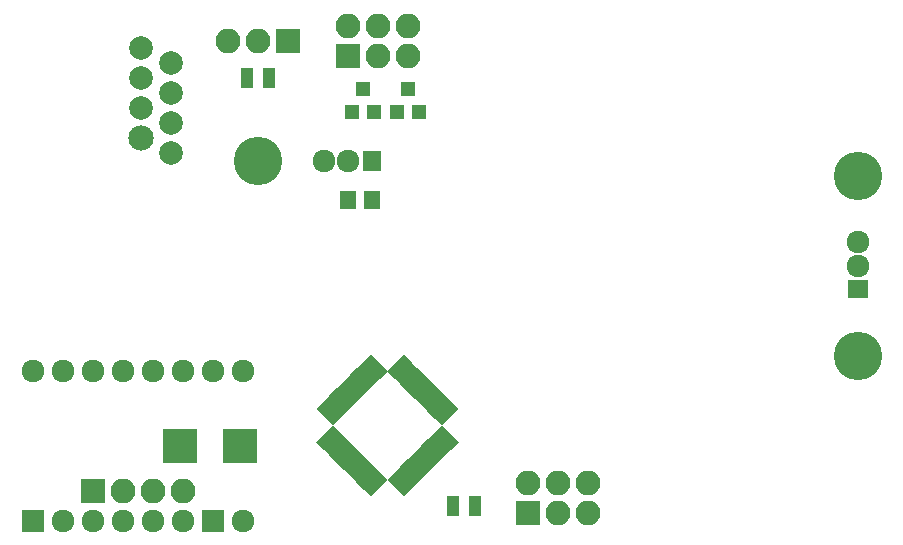
<source format=gts>
G04 #@! TF.FileFunction,Soldermask,Top*
%FSLAX46Y46*%
G04 Gerber Fmt 4.6, Leading zero omitted, Abs format (unit mm)*
G04 Created by KiCad (PCBNEW 4.0.6) date 08/22/17 00:05:49*
%MOMM*%
%LPD*%
G01*
G04 APERTURE LIST*
%ADD10C,0.100000*%
%ADD11C,4.100000*%
%ADD12R,1.600000X1.700000*%
%ADD13C,1.924000*%
%ADD14R,2.100000X2.100000*%
%ADD15O,2.100000X2.100000*%
%ADD16R,1.924000X1.924000*%
%ADD17R,1.200000X1.300000*%
%ADD18R,1.400000X1.650000*%
%ADD19R,2.950000X2.900000*%
%ADD20R,1.700000X1.600000*%
%ADD21R,1.100000X1.700000*%
%ADD22C,2.000000*%
%ADD23C,2.150000*%
G04 APERTURE END LIST*
D10*
D11*
X20320000Y31750000D03*
D12*
X29940000Y31750000D03*
D13*
X27940000Y31750000D03*
X25940000Y31750000D03*
D14*
X22860000Y41910000D03*
D15*
X20320000Y41910000D03*
X17780000Y41910000D03*
D16*
X1270000Y1270000D03*
D13*
X3810000Y1270000D03*
X6350000Y1270000D03*
X8890000Y1270000D03*
X11430000Y1270000D03*
X13970000Y1270000D03*
D16*
X16510000Y1270000D03*
D13*
X19050000Y1270000D03*
X19050000Y13970000D03*
X16510000Y13970000D03*
X13970000Y13970000D03*
X11430000Y13970000D03*
X8890000Y13970000D03*
X6350000Y13970000D03*
X3810000Y13970000D03*
X1270000Y13970000D03*
D17*
X32070000Y35830000D03*
X33970000Y35830000D03*
X33020000Y37830000D03*
D18*
X27956000Y28448000D03*
X29956000Y28448000D03*
D19*
X18796000Y7620000D03*
X13746000Y7620000D03*
D14*
X43180000Y1905000D03*
D15*
X43180000Y4445000D03*
X45720000Y1905000D03*
X45720000Y4445000D03*
X48260000Y1905000D03*
X48260000Y4445000D03*
D14*
X6350000Y3810000D03*
D15*
X8890000Y3810000D03*
X11430000Y3810000D03*
X13970000Y3810000D03*
D14*
X27940000Y40640000D03*
D15*
X27940000Y43180000D03*
X30480000Y40640000D03*
X30480000Y43180000D03*
X33020000Y40640000D03*
X33020000Y43180000D03*
D20*
X71120000Y20860000D03*
D13*
X71120000Y22860000D03*
X71120000Y24860000D03*
D17*
X28260000Y35830000D03*
X30160000Y35830000D03*
X29210000Y37830000D03*
D21*
X38730000Y2540000D03*
X36830000Y2540000D03*
X21270000Y38735000D03*
X19370000Y38735000D03*
D10*
G36*
X29210923Y14705954D02*
X29882675Y15377706D01*
X31296889Y13963492D01*
X30625137Y13291740D01*
X29210923Y14705954D01*
X29210923Y14705954D01*
G37*
G36*
X28645238Y14140268D02*
X29316990Y14812020D01*
X30731204Y13397806D01*
X30059452Y12726054D01*
X28645238Y14140268D01*
X28645238Y14140268D01*
G37*
G36*
X28079552Y13574583D02*
X28751304Y14246335D01*
X30165518Y12832121D01*
X29493766Y12160369D01*
X28079552Y13574583D01*
X28079552Y13574583D01*
G37*
G36*
X27513867Y13008898D02*
X28185619Y13680650D01*
X29599833Y12266436D01*
X28928081Y11594684D01*
X27513867Y13008898D01*
X27513867Y13008898D01*
G37*
G36*
X26948181Y12443212D02*
X27619933Y13114964D01*
X29034147Y11700750D01*
X28362395Y11028998D01*
X26948181Y12443212D01*
X26948181Y12443212D01*
G37*
G36*
X26382496Y11877527D02*
X27054248Y12549279D01*
X28468462Y11135065D01*
X27796710Y10463313D01*
X26382496Y11877527D01*
X26382496Y11877527D01*
G37*
G36*
X25816811Y11311841D02*
X26488563Y11983593D01*
X27902777Y10569379D01*
X27231025Y9897627D01*
X25816811Y11311841D01*
X25816811Y11311841D01*
G37*
G36*
X25251125Y10746156D02*
X25922877Y11417908D01*
X27337091Y10003694D01*
X26665339Y9331942D01*
X25251125Y10746156D01*
X25251125Y10746156D01*
G37*
G36*
X25922877Y7281332D02*
X25251125Y7953084D01*
X26665339Y9367298D01*
X27337091Y8695546D01*
X25922877Y7281332D01*
X25922877Y7281332D01*
G37*
G36*
X26488563Y6715647D02*
X25816811Y7387399D01*
X27231025Y8801613D01*
X27902777Y8129861D01*
X26488563Y6715647D01*
X26488563Y6715647D01*
G37*
G36*
X27054248Y6149961D02*
X26382496Y6821713D01*
X27796710Y8235927D01*
X28468462Y7564175D01*
X27054248Y6149961D01*
X27054248Y6149961D01*
G37*
G36*
X27619933Y5584276D02*
X26948181Y6256028D01*
X28362395Y7670242D01*
X29034147Y6998490D01*
X27619933Y5584276D01*
X27619933Y5584276D01*
G37*
G36*
X28185619Y5018590D02*
X27513867Y5690342D01*
X28928081Y7104556D01*
X29599833Y6432804D01*
X28185619Y5018590D01*
X28185619Y5018590D01*
G37*
G36*
X28751304Y4452905D02*
X28079552Y5124657D01*
X29493766Y6538871D01*
X30165518Y5867119D01*
X28751304Y4452905D01*
X28751304Y4452905D01*
G37*
G36*
X29316990Y3887220D02*
X28645238Y4558972D01*
X30059452Y5973186D01*
X30731204Y5301434D01*
X29316990Y3887220D01*
X29316990Y3887220D01*
G37*
G36*
X29882675Y3321534D02*
X29210923Y3993286D01*
X30625137Y5407500D01*
X31296889Y4735748D01*
X29882675Y3321534D01*
X29882675Y3321534D01*
G37*
G36*
X31261533Y4735748D02*
X31933285Y5407500D01*
X33347499Y3993286D01*
X32675747Y3321534D01*
X31261533Y4735748D01*
X31261533Y4735748D01*
G37*
G36*
X31827218Y5301434D02*
X32498970Y5973186D01*
X33913184Y4558972D01*
X33241432Y3887220D01*
X31827218Y5301434D01*
X31827218Y5301434D01*
G37*
G36*
X32392904Y5867119D02*
X33064656Y6538871D01*
X34478870Y5124657D01*
X33807118Y4452905D01*
X32392904Y5867119D01*
X32392904Y5867119D01*
G37*
G36*
X32958589Y6432804D02*
X33630341Y7104556D01*
X35044555Y5690342D01*
X34372803Y5018590D01*
X32958589Y6432804D01*
X32958589Y6432804D01*
G37*
G36*
X33524275Y6998490D02*
X34196027Y7670242D01*
X35610241Y6256028D01*
X34938489Y5584276D01*
X33524275Y6998490D01*
X33524275Y6998490D01*
G37*
G36*
X34089960Y7564175D02*
X34761712Y8235927D01*
X36175926Y6821713D01*
X35504174Y6149961D01*
X34089960Y7564175D01*
X34089960Y7564175D01*
G37*
G36*
X34655645Y8129861D02*
X35327397Y8801613D01*
X36741611Y7387399D01*
X36069859Y6715647D01*
X34655645Y8129861D01*
X34655645Y8129861D01*
G37*
G36*
X35221331Y8695546D02*
X35893083Y9367298D01*
X37307297Y7953084D01*
X36635545Y7281332D01*
X35221331Y8695546D01*
X35221331Y8695546D01*
G37*
G36*
X35893083Y9331942D02*
X35221331Y10003694D01*
X36635545Y11417908D01*
X37307297Y10746156D01*
X35893083Y9331942D01*
X35893083Y9331942D01*
G37*
G36*
X35327397Y9897627D02*
X34655645Y10569379D01*
X36069859Y11983593D01*
X36741611Y11311841D01*
X35327397Y9897627D01*
X35327397Y9897627D01*
G37*
G36*
X34761712Y10463313D02*
X34089960Y11135065D01*
X35504174Y12549279D01*
X36175926Y11877527D01*
X34761712Y10463313D01*
X34761712Y10463313D01*
G37*
G36*
X34196027Y11028998D02*
X33524275Y11700750D01*
X34938489Y13114964D01*
X35610241Y12443212D01*
X34196027Y11028998D01*
X34196027Y11028998D01*
G37*
G36*
X33630341Y11594684D02*
X32958589Y12266436D01*
X34372803Y13680650D01*
X35044555Y13008898D01*
X33630341Y11594684D01*
X33630341Y11594684D01*
G37*
G36*
X33064656Y12160369D02*
X32392904Y12832121D01*
X33807118Y14246335D01*
X34478870Y13574583D01*
X33064656Y12160369D01*
X33064656Y12160369D01*
G37*
G36*
X32498970Y12726054D02*
X31827218Y13397806D01*
X33241432Y14812020D01*
X33913184Y14140268D01*
X32498970Y12726054D01*
X32498970Y12726054D01*
G37*
G36*
X31933285Y13291740D02*
X31261533Y13963492D01*
X32675747Y15377706D01*
X33347499Y14705954D01*
X31933285Y13291740D01*
X31933285Y13291740D01*
G37*
D11*
X71120000Y30480000D03*
X71120000Y15240000D03*
D22*
X10414000Y41275000D03*
X12954000Y40005000D03*
X10414000Y38735000D03*
X12954000Y37465000D03*
X10414000Y36195000D03*
X12954000Y34925000D03*
D23*
X10414000Y33655000D03*
D22*
X12954000Y32385000D03*
M02*

</source>
